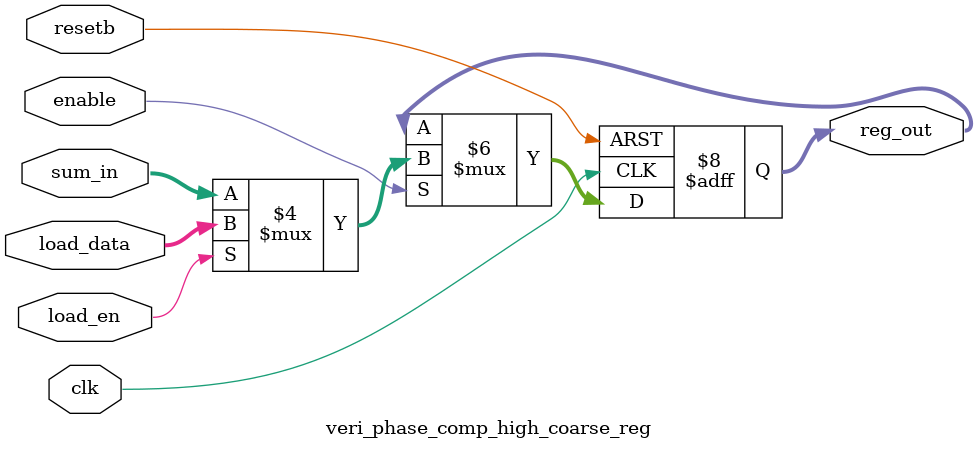
<source format=v>


module veri_phase_comp_high_coarse_reg (resetb, enable,sum_in,clk,reg_out,load_en,load_data);

input clk;
input resetb;
input enable;
input load_en;
input [1:0] load_data;
input [1:0] sum_in;
output [1:0] reg_out;
reg [1:0] reg_out;

always@(posedge clk or negedge resetb)
if(~resetb)
 reg_out <= 2'b01;
else
if(enable)
  if(load_en)
  reg_out <= load_data;
else
  reg_out <= sum_in;

endmodule



</source>
